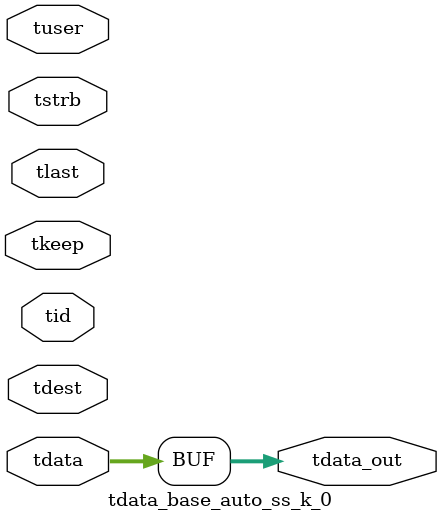
<source format=v>


`timescale 1ps/1ps

module tdata_base_auto_ss_k_0 #
(
parameter C_S_AXIS_TDATA_WIDTH = 32,
parameter C_S_AXIS_TUSER_WIDTH = 0,
parameter C_S_AXIS_TID_WIDTH   = 0,
parameter C_S_AXIS_TDEST_WIDTH = 0,
parameter C_M_AXIS_TDATA_WIDTH = 32
)
(
input  [(C_S_AXIS_TDATA_WIDTH == 0 ? 1 : C_S_AXIS_TDATA_WIDTH)-1:0     ] tdata,
input  [(C_S_AXIS_TUSER_WIDTH == 0 ? 1 : C_S_AXIS_TUSER_WIDTH)-1:0     ] tuser,
input  [(C_S_AXIS_TID_WIDTH   == 0 ? 1 : C_S_AXIS_TID_WIDTH)-1:0       ] tid,
input  [(C_S_AXIS_TDEST_WIDTH == 0 ? 1 : C_S_AXIS_TDEST_WIDTH)-1:0     ] tdest,
input  [(C_S_AXIS_TDATA_WIDTH/8)-1:0 ] tkeep,
input  [(C_S_AXIS_TDATA_WIDTH/8)-1:0 ] tstrb,
input                                                                    tlast,
output [C_M_AXIS_TDATA_WIDTH-1:0] tdata_out
);

assign tdata_out = {tdata[31:0]};

endmodule


</source>
